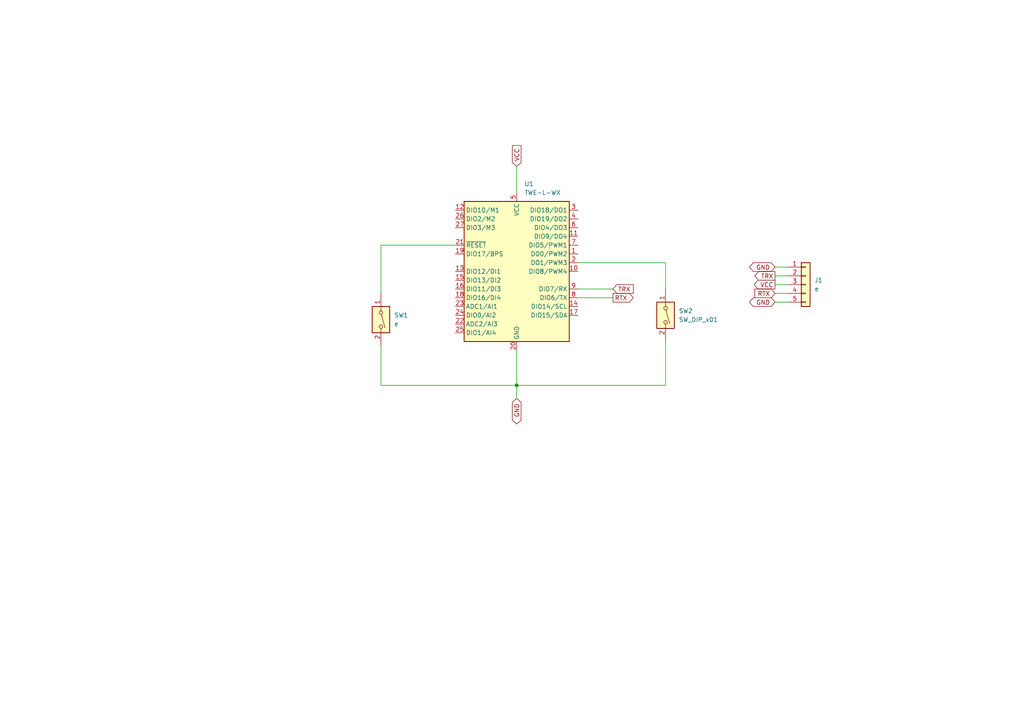
<source format=kicad_sch>
(kicad_sch (version 20230121) (generator eeschema)
  (paper "A4")
  (lib_symbols
    (symbol "Connector_Generic:Conn_01x05" (pin_names (offset 1.016) hide)
      (property "Reference" "J" (at 0 7.62 0))
      (property "Value" "Conn_01x05" (at 0 -7.62 0))
      (symbol "Conn_01x05_1_1"
        (rectangle (start -1.27 -4.953) (end 0 -5.207) (stroke (width 0.1524)))
        (rectangle (start -1.27 -2.413) (end 0 -2.667) (stroke (width 0.1524)))
        (rectangle (start -1.27 0.127) (end 0 -0.127) (stroke (width 0.1524)))
        (rectangle (start -1.27 2.667) (end 0 2.413) (stroke (width 0.1524)))
        (rectangle (start -1.27 5.207) (end 0 4.953) (stroke (width 0.1524)))
        (rectangle (start -1.27 6.35) (end 1.27 -6.35) (stroke (width 0.254)) (fill (type background)))
        (pin passive line (at -5.08 5.08 0) (length 3.81) (name "Pin_1") (number "1"))
        (pin passive line (at -5.08 2.54 0) (length 3.81) (name "Pin_2") (number "2"))
        (pin passive line (at -5.08 0 0) (length 3.81) (name "Pin_3") (number "3"))
        (pin passive line (at -5.08 -2.54 0) (length 3.81) (name "Pin_4") (number "4"))
        (pin passive line (at -5.08 -5.08 0) (length 3.81) (name "Pin_5") (number "5"))
      )
    )
    (symbol "RF_ZigBee:TWE-L-WX"
      (property "Reference" "U" (at -11.43 21.59 0))
      (property "Value" "TWE-L-WX" (at 7.62 21.59 0))
      (symbol "TWE-L-WX_1_0"
        (rectangle (start -15.24 -20.32) (end 15.24 20.32) (stroke (width 0.254)) (fill (type background)))
      )
      (symbol "TWE-L-WX_1_1"
        (pin output line (at 17.78 5.08 180) (length 2.54) (name "DO0/PWM2") (number "1"))
        (pin bidirectional line (at 17.78 0 180) (length 2.54) (name "DIO8/PWM4") (number "10"))
        (pin bidirectional line (at 17.78 10.16 180) (length 2.54) (name "DIO9/DO4") (number "11"))
        (pin bidirectional line (at -17.78 17.78 0) (length 2.54) (name "DIO10/M1") (number "12"))
        (pin bidirectional line (at -17.78 0 0) (length 2.54) (name "DIO12/DI1") (number "13"))
        (pin bidirectional line (at 17.78 -10.16 180) (length 2.54) (name "DIO14/SCL") (number "14"))
        (pin bidirectional line (at -17.78 -2.54 0) (length 2.54) (name "DIO13/DI2") (number "15"))
        (pin bidirectional line (at -17.78 -5.08 0) (length 2.54) (name "DIO11/DI3") (number "16"))
        (pin bidirectional line (at 17.78 -12.7 180) (length 2.54) (name "DIO15/SDA") (number "17"))
        (pin bidirectional line (at -17.78 -7.62 0) (length 2.54) (name "DIO16/DI4") (number "18"))
        (pin bidirectional line (at -17.78 5.08 0) (length 2.54) (name "DIO17/BPS") (number "19"))
        (pin bidirectional line (at 17.78 2.54 180) (length 2.54) (name "DO1/PWM3") (number "2"))
        (pin power_in line (at 0 -22.86 90) (length 2.54) (name "GND") (number "20"))
        (pin input line (at -17.78 7.62 0) (length 2.54) (name "~{RESET}") (number "21"))
        (pin input line (at -17.78 -15.24 0) (length 2.54) (name "ADC2/AI3") (number "22"))
        (pin input line (at -17.78 -10.16 0) (length 2.54) (name "ADC1/AI1") (number "23"))
        (pin bidirectional line (at -17.78 -12.7 0) (length 2.54) (name "DIO0/AI2") (number "24"))
        (pin bidirectional line (at -17.78 -17.78 0) (length 2.54) (name "DIO1/AI4") (number "25"))
        (pin bidirectional line (at -17.78 15.24 0) (length 2.54) (name "DIO2/M2") (number "26"))
        (pin bidirectional line (at -17.78 12.7 0) (length 2.54) (name "DIO3/M3") (number "27"))
        (pin passive line (at 0 -22.86 90) (length 2.54) hide (name "GND") (number "28"))
        (pin no_connect line (at 15.24 -17.78 180) (length 2.54) hide (name "NC") (number "29"))
        (pin bidirectional line (at 17.78 17.78 180) (length 2.54) (name "DIO18/DO1") (number "3"))
        (pin passive line (at 0 -22.86 90) (length 2.54) hide (name "GND") (number "30"))
        (pin passive line (at 0 -22.86 90) (length 2.54) hide (name "GND") (number "31"))
        (pin passive line (at 0 -22.86 90) (length 2.54) hide (name "GND") (number "32"))
        (pin bidirectional line (at 17.78 15.24 180) (length 2.54) (name "DIO19/DO2") (number "4"))
        (pin power_in line (at 0 22.86 270) (length 2.54) (name "VCC") (number "5"))
        (pin bidirectional line (at 17.78 12.7 180) (length 2.54) (name "DIO4/DO3") (number "6"))
        (pin bidirectional line (at 17.78 7.62 180) (length 2.54) (name "DIO5/PWM1") (number "7"))
        (pin bidirectional line (at 17.78 -7.62 180) (length 2.54) (name "DIO6/TX") (number "8"))
        (pin bidirectional line (at 17.78 -5.08 180) (length 2.54) (name "DIO7/RX") (number "9"))
      )
    )
    (symbol "Switch:SW_DIP_x01" (pin_names (offset 0) hide)
      (property "Reference" "SW" (at 0 3.81 0))
      (property "Value" "SW_DIP_x01" (at 0 -3.81 0))
      (symbol "SW_DIP_x01_0_0"
        (circle (center -2.032 0) (radius 0.508))
        (polyline (pts (xy -1.524 0.127) (xy 2.3622 1.1684)))
        (circle (center 2.032 0) (radius 0.508))
      )
      (symbol "SW_DIP_x01_0_1"
        (rectangle (start -3.81 2.54) (end 3.81 -2.54) (stroke (width 0.254)) (fill (type background)))
      )
      (symbol "SW_DIP_x01_1_1"
        (pin passive line (at -7.62 0 0) (length 5.08) (name "~") (number "1"))
        (pin passive line (at 7.62 0 180) (length 5.08) (name "~") (number "2"))
      )
    )
  )
  (junction (at 149.86 111.76))
  (wire (pts (xy 132.08 71.12) (xy 110.49 71.12)))
  (wire (pts (xy 110.49 71.12) (xy 110.49 85.09)))
  (wire (pts (xy 224.79 82.55) (xy 228.6 82.55)))
  (wire (pts (xy 110.49 111.76) (xy 110.49 100.33)))
  (wire (pts (xy 224.79 85.09) (xy 228.6 85.09)))
  (wire (pts (xy 193.04 111.76) (xy 193.04 99.06)))
  (wire (pts (xy 167.64 86.36) (xy 177.8 86.36)))
  (wire (pts (xy 149.86 111.76) (xy 149.86 115.57)))
  (wire (pts (xy 149.86 48.26) (xy 149.86 55.88)))
  (wire (pts (xy 224.79 77.47) (xy 228.6 77.47)))
  (wire (pts (xy 167.64 83.82) (xy 177.8 83.82)))
  (wire (pts (xy 149.86 111.76) (xy 193.04 111.76)))
  (wire (pts (xy 224.79 80.01) (xy 228.6 80.01)))
  (wire (pts (xy 149.86 101.6) (xy 149.86 111.76)))
  (wire (pts (xy 193.04 76.2) (xy 193.04 83.82)))
  (wire (pts (xy 224.79 87.63) (xy 228.6 87.63)))
  (wire (pts (xy 149.86 111.76) (xy 110.49 111.76)))
  (wire (pts (xy 167.64 76.2) (xy 193.04 76.2)))
  (global_label "VCC" (shape output) (at 224.79 82.55 180) (property "Intersheetrefs" "${INTERSHEET_REFS}" (effects hide)))
  (global_label "TRX" (shape output) (at 224.79 80.01 180) (property "Intersheetrefs" "${INTERSHEET_REFS}" (effects hide)))
  (global_label "GND" (shape bidirectional) (at 224.79 87.63 180) (property "Intersheetrefs" "${INTERSHEET_REFS}" (effects hide)))
  (global_label "VCC" (shape input) (at 149.86 48.26 90) (property "Intersheetrefs" "${INTERSHEET_REFS}" (effects hide)))
  (global_label "GND" (shape bidirectional) (at 149.86 115.57 270) (property "Intersheetrefs" "${INTERSHEET_REFS}" (effects hide)))
  (global_label "RTX" (shape input) (at 224.79 85.09 180) (property "Intersheetrefs" "${INTERSHEET_REFS}" (effects hide)))
  (global_label "RTX" (shape output) (at 177.8 86.36 0) (property "Intersheetrefs" "${INTERSHEET_REFS}" (effects hide)))
  (global_label "TRX" (shape input) (at 177.8 83.82 0) (property "Intersheetrefs" "${INTERSHEET_REFS}" (effects hide)))
  (global_label "GND" (shape bidirectional) (at 224.79 77.47 180) (property "Intersheetrefs" "${INTERSHEET_REFS}" (effects hide)))
  (symbol (lib_id "Connector_Generic:Conn_01x05") (at 233.68 82.55 0) (unit 1)
    (property "Reference" "J1" (at 236.22 81.28 0) (effects (justify left)))
    (property "Value" "e" (at 236.22 83.82 0) (effects (justify left)))
  )
  (symbol (lib_id "Switch:SW_DIP_x01") (at 193.04 91.44 270) (unit 1)
    (property "Reference" "SW2" (at 196.85 90.17 90) (effects (justify left)))
    (property "Value" "SW_DIP_x01" (at 196.85 92.71 90) (effects (justify left)))
  )
  (symbol (lib_id "Switch:SW_DIP_x01") (at 110.49 92.71 270) (unit 1)
    (property "Reference" "SW1" (at 114.3 91.44 90) (effects (justify left)))
    (property "Value" "e" (at 114.3 93.98 90) (effects (justify left)))
  )
  (symbol (lib_id "RF_ZigBee:TWE-L-WX") (at 149.86 78.74 0) (unit 1)
    (property "Reference" "U1" (at 152.0541 53.34 0) (effects (justify left)))
    (property "Value" "TWE-L-WX" (at 152.0541 55.88 0) (effects (justify left)))
    (property "Footprint" "RF_Module:MonoWireless_TWE-L-WX" (effects hide))
    (property "Datasheet" "https://www.mono-wireless.com/jp/products/TWE-LITE/MW-PDS-TWELITE-JP.pdf" (effects hide))
  )
)
</source>
